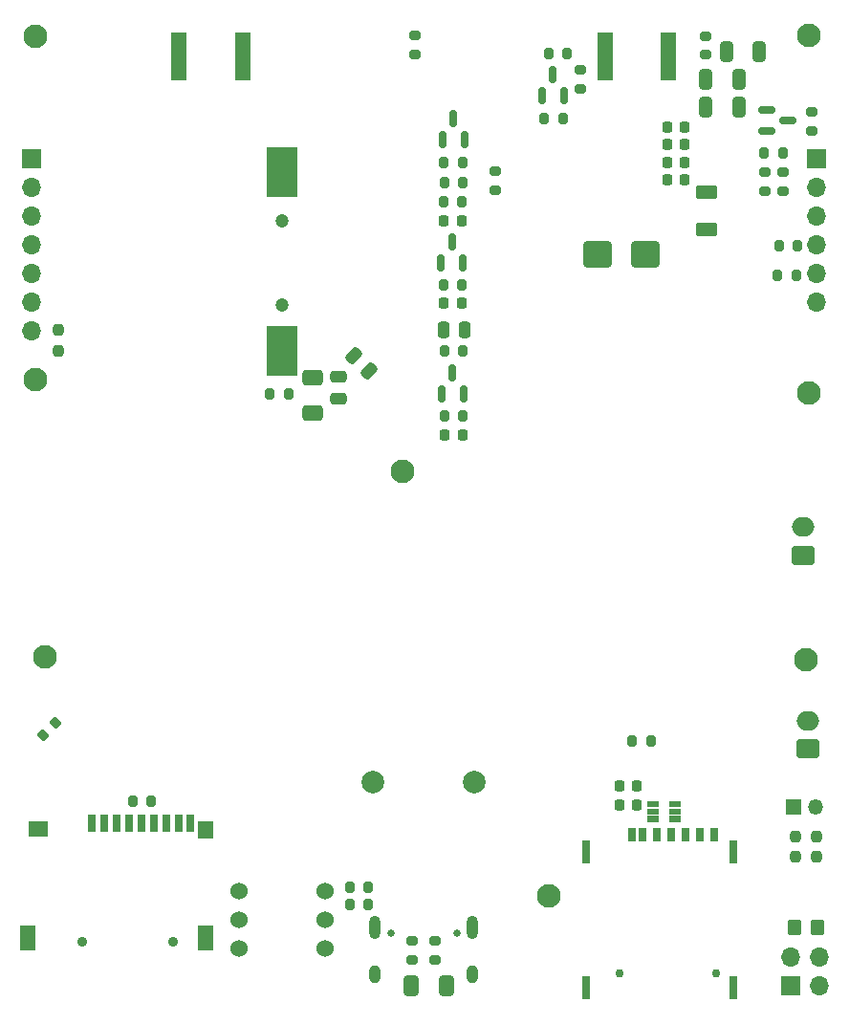
<source format=gbr>
G04 #@! TF.GenerationSoftware,KiCad,Pcbnew,9.0.2*
G04 #@! TF.CreationDate,2025-10-13T16:39:09+05:30*
G04 #@! TF.ProjectId,V12A_LH,56313241-5f4c-4482-9e6b-696361645f70,rev?*
G04 #@! TF.SameCoordinates,Original*
G04 #@! TF.FileFunction,Soldermask,Bot*
G04 #@! TF.FilePolarity,Negative*
%FSLAX46Y46*%
G04 Gerber Fmt 4.6, Leading zero omitted, Abs format (unit mm)*
G04 Created by KiCad (PCBNEW 9.0.2) date 2025-10-13 16:39:09*
%MOMM*%
%LPD*%
G01*
G04 APERTURE LIST*
G04 Aperture macros list*
%AMRoundRect*
0 Rectangle with rounded corners*
0 $1 Rounding radius*
0 $2 $3 $4 $5 $6 $7 $8 $9 X,Y pos of 4 corners*
0 Add a 4 corners polygon primitive as box body*
4,1,4,$2,$3,$4,$5,$6,$7,$8,$9,$2,$3,0*
0 Add four circle primitives for the rounded corners*
1,1,$1+$1,$2,$3*
1,1,$1+$1,$4,$5*
1,1,$1+$1,$6,$7*
1,1,$1+$1,$8,$9*
0 Add four rect primitives between the rounded corners*
20,1,$1+$1,$2,$3,$4,$5,0*
20,1,$1+$1,$4,$5,$6,$7,0*
20,1,$1+$1,$6,$7,$8,$9,0*
20,1,$1+$1,$8,$9,$2,$3,0*%
G04 Aperture macros list end*
%ADD10C,0.010000*%
%ADD11C,2.100000*%
%ADD12R,1.700000X1.700000*%
%ADD13O,1.700000X1.700000*%
%ADD14R,1.350000X4.200000*%
%ADD15C,1.524000*%
%ADD16C,2.000000*%
%ADD17C,0.650000*%
%ADD18O,1.000000X2.100000*%
%ADD19O,1.000000X1.600000*%
%ADD20R,1.350000X1.350000*%
%ADD21O,1.350000X1.350000*%
%ADD22RoundRect,0.200000X-0.200000X-0.275000X0.200000X-0.275000X0.200000X0.275000X-0.200000X0.275000X0*%
%ADD23RoundRect,0.200000X0.275000X-0.200000X0.275000X0.200000X-0.275000X0.200000X-0.275000X-0.200000X0*%
%ADD24RoundRect,0.225000X-0.225000X-0.250000X0.225000X-0.250000X0.225000X0.250000X-0.225000X0.250000X0*%
%ADD25RoundRect,0.250000X-0.512652X-0.159099X-0.159099X-0.512652X0.512652X0.159099X0.159099X0.512652X0*%
%ADD26RoundRect,0.250000X-0.325000X-0.650000X0.325000X-0.650000X0.325000X0.650000X-0.325000X0.650000X0*%
%ADD27RoundRect,0.250000X0.700000X-0.362500X0.700000X0.362500X-0.700000X0.362500X-0.700000X-0.362500X0*%
%ADD28RoundRect,0.200000X0.200000X0.275000X-0.200000X0.275000X-0.200000X-0.275000X0.200000X-0.275000X0*%
%ADD29RoundRect,0.200000X-0.275000X0.200000X-0.275000X-0.200000X0.275000X-0.200000X0.275000X0.200000X0*%
%ADD30RoundRect,0.200000X0.053033X-0.335876X0.335876X-0.053033X-0.053033X0.335876X-0.335876X0.053033X0*%
%ADD31RoundRect,0.237500X0.237500X-0.250000X0.237500X0.250000X-0.237500X0.250000X-0.237500X-0.250000X0*%
%ADD32RoundRect,0.150000X0.150000X-0.587500X0.150000X0.587500X-0.150000X0.587500X-0.150000X-0.587500X0*%
%ADD33RoundRect,0.225000X0.225000X0.250000X-0.225000X0.250000X-0.225000X-0.250000X0.225000X-0.250000X0*%
%ADD34RoundRect,0.237500X-0.237500X0.250000X-0.237500X-0.250000X0.237500X-0.250000X0.237500X0.250000X0*%
%ADD35RoundRect,0.150000X-0.587500X-0.150000X0.587500X-0.150000X0.587500X0.150000X-0.587500X0.150000X0*%
%ADD36RoundRect,0.250000X-0.650000X0.412500X-0.650000X-0.412500X0.650000X-0.412500X0.650000X0.412500X0*%
%ADD37C,1.200000*%
%ADD38R,2.800000X4.400000*%
%ADD39C,0.750000*%
%ADD40R,0.650000X1.230000*%
%ADD41R,0.700000X2.100000*%
%ADD42R,0.700000X2.000000*%
%ADD43RoundRect,0.250000X0.412500X0.650000X-0.412500X0.650000X-0.412500X-0.650000X0.412500X-0.650000X0*%
%ADD44RoundRect,0.250000X0.750000X-0.600000X0.750000X0.600000X-0.750000X0.600000X-0.750000X-0.600000X0*%
%ADD45O,2.000000X1.700000*%
%ADD46RoundRect,0.250000X0.350000X0.450000X-0.350000X0.450000X-0.350000X-0.450000X0.350000X-0.450000X0*%
%ADD47RoundRect,0.250000X-1.000000X-0.900000X1.000000X-0.900000X1.000000X0.900000X-1.000000X0.900000X0*%
%ADD48C,0.900000*%
%ADD49R,0.700000X1.600000*%
%ADD50R,1.400000X1.600000*%
%ADD51R,1.400000X2.200000*%
%ADD52R,1.800000X1.400000*%
%ADD53RoundRect,0.250000X-0.250000X-0.475000X0.250000X-0.475000X0.250000X0.475000X-0.250000X0.475000X0*%
%ADD54RoundRect,0.250000X-0.475000X0.250000X-0.475000X-0.250000X0.475000X-0.250000X0.475000X0.250000X0*%
G04 APERTURE END LIST*
D10*
G04 #@! TO.C,D1*
X58969000Y18189551D02*
X58067190Y18189551D01*
X58067190Y18639000D01*
X58969000Y18639000D01*
X58969000Y18189551D01*
G36*
X58969000Y18189551D02*
G01*
X58067190Y18189551D01*
X58067190Y18639000D01*
X58969000Y18639000D01*
X58969000Y18189551D01*
G37*
X58969000Y17538869D02*
X58068180Y17538869D01*
X58068180Y17989000D01*
X58969000Y17989000D01*
X58969000Y17538869D01*
G36*
X58969000Y17538869D02*
G01*
X58068180Y17538869D01*
X58068180Y17989000D01*
X58969000Y17989000D01*
X58969000Y17538869D01*
G37*
X58969000Y16888564D02*
X58068300Y16888564D01*
X58068300Y17339000D01*
X58969000Y17339000D01*
X58969000Y16888564D01*
G36*
X58969000Y16888564D02*
G01*
X58068300Y16888564D01*
X58068300Y17339000D01*
X58969000Y17339000D01*
X58969000Y16888564D01*
G37*
X60869000Y18189262D02*
X59969308Y18189262D01*
X59969308Y18639000D01*
X60869000Y18639000D01*
X60869000Y18189262D01*
G36*
X60869000Y18189262D02*
G01*
X59969308Y18189262D01*
X59969308Y18639000D01*
X60869000Y18639000D01*
X60869000Y18189262D01*
G37*
X60869000Y17538746D02*
X59969565Y17538746D01*
X59969565Y17989000D01*
X60869000Y17989000D01*
X60869000Y17538746D01*
G36*
X60869000Y17538746D02*
G01*
X59969565Y17538746D01*
X59969565Y17989000D01*
X60869000Y17989000D01*
X60869000Y17538746D01*
G37*
X60869000Y16888855D02*
X59969083Y16888855D01*
X59969083Y17339000D01*
X60869000Y17339000D01*
X60869000Y16888855D01*
G36*
X60869000Y16888855D02*
G01*
X59969083Y16888855D01*
X59969083Y17339000D01*
X60869000Y17339000D01*
X60869000Y16888855D01*
G37*
G04 #@! TD*
D11*
G04 #@! TO.C,H6*
X72350000Y86425000D03*
G04 #@! TD*
D12*
G04 #@! TO.C,J11*
X73050000Y75540000D03*
D13*
X73050000Y73000000D03*
X73050000Y70460000D03*
X73050000Y67920000D03*
X73050000Y65380000D03*
X73050000Y62840000D03*
G04 #@! TD*
D11*
G04 #@! TO.C,H5*
X3825000Y56000000D03*
G04 #@! TD*
G04 #@! TO.C,H3*
X3825000Y86400000D03*
G04 #@! TD*
D14*
G04 #@! TO.C,J8*
X22200000Y84575000D03*
X16550000Y84575000D03*
G04 #@! TD*
D15*
G04 #@! TO.C,U9*
X29460000Y8130000D03*
X29460000Y10670000D03*
X21840000Y5590000D03*
X29460000Y5590000D03*
X21840000Y8130000D03*
X21840000Y10670000D03*
G04 #@! TD*
D12*
G04 #@! TO.C,J9*
X3500000Y75540000D03*
D13*
X3500000Y73000000D03*
X3500000Y70460000D03*
X3500000Y67920000D03*
X3500000Y65380000D03*
X3500000Y62840000D03*
X3500000Y60300000D03*
G04 #@! TD*
D12*
G04 #@! TO.C,J7*
X70713600Y2286000D03*
D13*
X70713600Y4826000D03*
X73253600Y2286000D03*
X73253600Y4826000D03*
G04 #@! TD*
D16*
G04 #@! TO.C,SW2*
X42725000Y20300000D03*
X33725000Y20300000D03*
G04 #@! TD*
D11*
G04 #@! TO.C,H8*
X72100000Y31200000D03*
G04 #@! TD*
G04 #@! TO.C,H7*
X36325000Y47875000D03*
G04 #@! TD*
G04 #@! TO.C,H1*
X4650000Y31400000D03*
G04 #@! TD*
G04 #@! TO.C,H4*
X72350000Y54800000D03*
G04 #@! TD*
D14*
G04 #@! TO.C,J3*
X59925000Y84575000D03*
X54275000Y84575000D03*
G04 #@! TD*
D17*
G04 #@! TO.C,J5*
X35360000Y6970000D03*
X41140000Y6970000D03*
D18*
X33930000Y7500000D03*
D19*
X33930000Y3320000D03*
D18*
X42570000Y7500000D03*
D19*
X42570000Y3320000D03*
G04 #@! TD*
D11*
G04 #@! TO.C,H2*
X49300000Y10275000D03*
G04 #@! TD*
D20*
G04 #@! TO.C,J4*
X70958200Y18135600D03*
D21*
X72958200Y18135600D03*
G04 #@! TD*
D22*
G04 #@! TO.C,R4*
X40060000Y73458100D03*
X41710000Y73458100D03*
G04 #@! TD*
D23*
G04 #@! TO.C,R15*
X68425400Y72697200D03*
X68425400Y74347200D03*
G04 #@! TD*
D24*
G04 #@! TO.C,C7*
X59781500Y75199900D03*
X61331500Y75199900D03*
G04 #@! TD*
G04 #@! TO.C,C4*
X55587600Y18338800D03*
X57137600Y18338800D03*
G04 #@! TD*
D22*
G04 #@! TO.C,R39*
X56680600Y23977600D03*
X58330600Y23977600D03*
G04 #@! TD*
D25*
G04 #@! TO.C,C35*
X32032098Y58112502D03*
X33375600Y56769000D03*
G04 #@! TD*
D26*
G04 #@! TO.C,C10*
X63191900Y82579600D03*
X66141900Y82579600D03*
G04 #@! TD*
D27*
G04 #@! TO.C,FB1*
X63322200Y69240400D03*
X63322200Y72565400D03*
G04 #@! TD*
D28*
G04 #@! TO.C,R24*
X33311600Y9474200D03*
X31661600Y9474200D03*
G04 #@! TD*
D29*
G04 #@! TO.C,R17*
X72570000Y79680000D03*
X72570000Y78030000D03*
G04 #@! TD*
D22*
G04 #@! TO.C,R10*
X49305300Y84838300D03*
X50955300Y84838300D03*
G04 #@! TD*
D28*
G04 #@! TO.C,R9*
X41633800Y71694700D03*
X39983800Y71694700D03*
G04 #@! TD*
D26*
G04 #@! TO.C,C11*
X63191900Y80154600D03*
X66141900Y80154600D03*
G04 #@! TD*
D30*
G04 #@! TO.C,R28*
X4495800Y24460200D03*
X5662526Y25626926D03*
G04 #@! TD*
D23*
G04 #@! TO.C,R6*
X52146200Y81750400D03*
X52146200Y83400400D03*
G04 #@! TD*
D31*
G04 #@! TO.C,R26*
X73025000Y13692500D03*
X73025000Y15517500D03*
G04 #@! TD*
D29*
G04 #@! TO.C,R23*
X37236400Y6273800D03*
X37236400Y4623800D03*
G04 #@! TD*
D24*
G04 #@! TO.C,C6*
X59781500Y76774700D03*
X61331500Y76774700D03*
G04 #@! TD*
G04 #@! TO.C,C2*
X55562200Y19964400D03*
X57112200Y19964400D03*
G04 #@! TD*
D32*
G04 #@! TO.C,Q4*
X50632400Y81104500D03*
X48732400Y81104500D03*
X49682400Y82979500D03*
G04 #@! TD*
G04 #@! TO.C,Q2*
X41745300Y54706700D03*
X39845300Y54706700D03*
X40795300Y56581700D03*
G04 #@! TD*
D33*
G04 #@! TO.C,C1*
X41583800Y62728500D03*
X40033800Y62728500D03*
G04 #@! TD*
D22*
G04 #@! TO.C,R1*
X40057800Y58506200D03*
X41707800Y58506200D03*
G04 #@! TD*
D34*
G04 #@! TO.C,R55*
X5867400Y60346600D03*
X5867400Y58521600D03*
G04 #@! TD*
D24*
G04 #@! TO.C,C9*
X59781500Y78349500D03*
X61331500Y78349500D03*
G04 #@! TD*
D22*
G04 #@! TO.C,R50*
X24625800Y54711600D03*
X26275800Y54711600D03*
G04 #@! TD*
D26*
G04 #@! TO.C,C49*
X65020400Y85013800D03*
X67970400Y85013800D03*
G04 #@! TD*
D35*
G04 #@! TO.C,Q5*
X68627500Y77985000D03*
X68627500Y79885000D03*
X70502500Y78935000D03*
G04 #@! TD*
D32*
G04 #@! TO.C,Q3*
X41824800Y77231900D03*
X39924800Y77231900D03*
X40874800Y79106900D03*
G04 #@! TD*
D33*
G04 #@! TO.C,C3*
X41657800Y51110200D03*
X40107800Y51110200D03*
G04 #@! TD*
D22*
G04 #@! TO.C,R25*
X31687000Y11023600D03*
X33337000Y11023600D03*
G04 #@! TD*
D36*
G04 #@! TO.C,C37*
X28397200Y56147100D03*
X28397200Y53022100D03*
G04 #@! TD*
D37*
G04 #@! TO.C,BT1*
X25679400Y70060200D03*
X25679400Y62560200D03*
D38*
X25679400Y58535200D03*
X25679400Y74385200D03*
G04 #@! TD*
D23*
G04 #@! TO.C,R29*
X37439600Y84798400D03*
X37439600Y86448400D03*
G04 #@! TD*
D31*
G04 #@! TO.C,R27*
X71196200Y13692500D03*
X71196200Y15517500D03*
G04 #@! TD*
D29*
G04 #@! TO.C,R22*
X39268400Y6272800D03*
X39268400Y4622800D03*
G04 #@! TD*
D28*
G04 #@! TO.C,R8*
X41661000Y75218700D03*
X40011000Y75218700D03*
G04 #@! TD*
D39*
G04 #@! TO.C,J1*
X64109600Y3378000D03*
X55609600Y3378000D03*
D40*
X58859600Y15693000D03*
X61399600Y15693000D03*
X63939600Y15693000D03*
D41*
X65609600Y2128000D03*
D42*
X65609600Y14128000D03*
D40*
X57589600Y15693000D03*
D41*
X52619600Y2128000D03*
X52619600Y14128000D03*
D40*
X60129600Y15693000D03*
X62669600Y15693000D03*
X56639600Y15697200D03*
G04 #@! TD*
D24*
G04 #@! TO.C,C8*
X59781500Y73650500D03*
X61331500Y73650500D03*
G04 #@! TD*
D43*
G04 #@! TO.C,C19*
X40246700Y2336800D03*
X37121700Y2336800D03*
G04 #@! TD*
D22*
G04 #@! TO.C,R13*
X68400000Y76050000D03*
X70050000Y76050000D03*
G04 #@! TD*
G04 #@! TO.C,R38*
X69583800Y65227200D03*
X71233800Y65227200D03*
G04 #@! TD*
D23*
G04 #@! TO.C,R16*
X44575000Y72775000D03*
X44575000Y74425000D03*
G04 #@! TD*
D22*
G04 #@! TO.C,R5*
X40057800Y52782200D03*
X41707800Y52782200D03*
G04 #@! TD*
D23*
G04 #@! TO.C,R14*
X70076400Y72697200D03*
X70076400Y74347200D03*
G04 #@! TD*
G04 #@! TO.C,R18*
X63205000Y84750000D03*
X63205000Y86400000D03*
G04 #@! TD*
D44*
G04 #@! TO.C,J6*
X72237600Y23291800D03*
D45*
X72237600Y25791800D03*
G04 #@! TD*
D46*
G04 #@! TO.C,R19*
X73085200Y7467600D03*
X71085200Y7467600D03*
G04 #@! TD*
D22*
G04 #@! TO.C,R41*
X69685400Y67868800D03*
X71335400Y67868800D03*
G04 #@! TD*
D44*
G04 #@! TO.C,J12*
X71856600Y40426000D03*
D45*
X71856600Y42926000D03*
G04 #@! TD*
D28*
G04 #@! TO.C,R7*
X50558200Y79070200D03*
X48908200Y79070200D03*
G04 #@! TD*
D47*
G04 #@! TO.C,D4*
X53586600Y67081400D03*
X57886600Y67081400D03*
G04 #@! TD*
D48*
G04 #@! TO.C,P1*
X16002000Y6172200D03*
X8002000Y6172200D03*
D49*
X8802000Y16672200D03*
X9902000Y16672200D03*
X11002000Y16672200D03*
X12102000Y16672200D03*
X13202000Y16672200D03*
X14302000Y16672200D03*
X15402000Y16672200D03*
X16502000Y16672200D03*
X17602000Y16672200D03*
D50*
X18902000Y16072200D03*
D51*
X18902000Y6572200D03*
X3202000Y6572200D03*
D52*
X4102000Y16172200D03*
G04 #@! TD*
D53*
G04 #@! TO.C,C12*
X39997700Y60368600D03*
X41897700Y60368600D03*
G04 #@! TD*
D22*
G04 #@! TO.C,C30*
X12459200Y18618200D03*
X14109200Y18618200D03*
G04 #@! TD*
D54*
G04 #@! TO.C,C36*
X30683200Y56220400D03*
X30683200Y54320400D03*
G04 #@! TD*
D28*
G04 #@! TO.C,R2*
X41633800Y64375100D03*
X39983800Y64375100D03*
G04 #@! TD*
D32*
G04 #@! TO.C,Q1*
X41671300Y66274100D03*
X39771300Y66274100D03*
X40721300Y68149100D03*
G04 #@! TD*
D33*
G04 #@! TO.C,C5*
X41583800Y70048200D03*
X40033800Y70048200D03*
G04 #@! TD*
M02*

</source>
